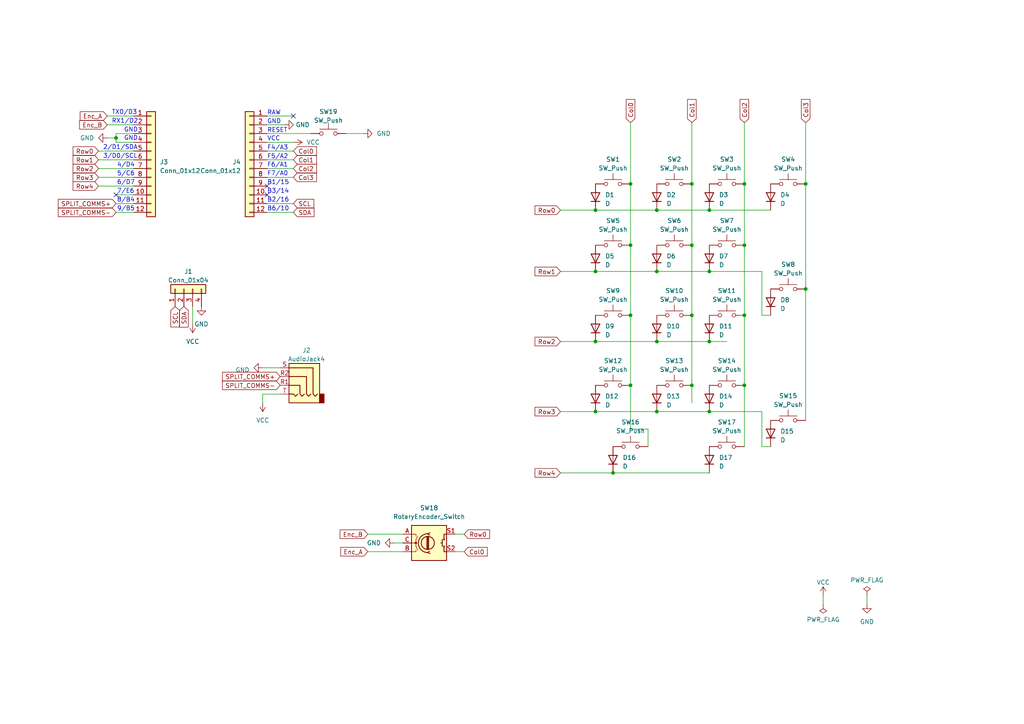
<source format=kicad_sch>
(kicad_sch (version 20230121) (generator eeschema)
  (paper "A4")
  (lib_symbols
    (symbol "Connector_Audio:AudioJack4"
      (property "Reference" "J" (at 0 8.89 0))
      (property "Value" "AudioJack4" (at 0 6.35 0))
      (symbol "AudioJack4_0_1"
        (rectangle (start -6.35 -5.08) (end -7.62 -7.62) (stroke (width 0.254)) (fill (type outline)))
        (polyline (pts (xy 0 -5.08) (xy 0.635 -5.715) (xy 1.27 -5.08) (xy 2.54 -5.08)) (stroke (width 0.254)))
        (polyline (pts (xy -5.715 -5.08) (xy -5.08 -5.715) (xy -4.445 -5.08) (xy -4.445 2.54) (xy 2.54 2.54)) (stroke (width 0.254)))
        (polyline (pts (xy -1.905 -5.08) (xy -1.27 -5.715) (xy -0.635 -5.08) (xy -0.635 -2.54) (xy 2.54 -2.54)) (stroke (width 0.254)))
        (polyline (pts (xy 2.54 0) (xy -2.54 0) (xy -2.54 -5.08) (xy -3.175 -5.715) (xy -3.81 -5.08)) (stroke (width 0.254)))
        (rectangle (start 2.54 3.81) (end -6.35 -7.62) (stroke (width 0.254)) (fill (type background)))
      )
      (symbol "AudioJack4_1_1"
        (pin passive line (at 5.08 -2.54 180) (length 2.54) (name "~") (number "R1"))
        (pin passive line (at 5.08 0 180) (length 2.54) (name "~") (number "R2"))
        (pin passive line (at 5.08 2.54 180) (length 2.54) (name "~") (number "S"))
        (pin passive line (at 5.08 -5.08 180) (length 2.54) (name "~") (number "T"))
      )
    )
    (symbol "Connector_Generic:Conn_01x04" (pin_names (offset 1.016) hide)
      (property "Reference" "J" (at 0 5.08 0))
      (property "Value" "Conn_01x04" (at 0 -7.62 0))
      (symbol "Conn_01x04_1_1"
        (rectangle (start -1.27 -4.953) (end 0 -5.207) (stroke (width 0.1524)))
        (rectangle (start -1.27 -2.413) (end 0 -2.667) (stroke (width 0.1524)))
        (rectangle (start -1.27 0.127) (end 0 -0.127) (stroke (width 0.1524)))
        (rectangle (start -1.27 2.667) (end 0 2.413) (stroke (width 0.1524)))
        (rectangle (start -1.27 3.81) (end 1.27 -6.35) (stroke (width 0.254)) (fill (type background)))
        (pin passive line (at -5.08 2.54 0) (length 3.81) (name "Pin_1") (number "1"))
        (pin passive line (at -5.08 0 0) (length 3.81) (name "Pin_2") (number "2"))
        (pin passive line (at -5.08 -2.54 0) (length 3.81) (name "Pin_3") (number "3"))
        (pin passive line (at -5.08 -5.08 0) (length 3.81) (name "Pin_4") (number "4"))
      )
    )
    (symbol "Connector_Generic:Conn_01x12" (pin_names (offset 1.016) hide)
      (property "Reference" "J" (at 0 15.24 0))
      (property "Value" "Conn_01x12" (at 0 -17.78 0))
      (symbol "Conn_01x12_1_1"
        (rectangle (start -1.27 -15.113) (end 0 -15.367) (stroke (width 0.1524)))
        (rectangle (start -1.27 -12.573) (end 0 -12.827) (stroke (width 0.1524)))
        (rectangle (start -1.27 -10.033) (end 0 -10.287) (stroke (width 0.1524)))
        (rectangle (start -1.27 -7.493) (end 0 -7.747) (stroke (width 0.1524)))
        (rectangle (start -1.27 -4.953) (end 0 -5.207) (stroke (width 0.1524)))
        (rectangle (start -1.27 -2.413) (end 0 -2.667) (stroke (width 0.1524)))
        (rectangle (start -1.27 0.127) (end 0 -0.127) (stroke (width 0.1524)))
        (rectangle (start -1.27 2.667) (end 0 2.413) (stroke (width 0.1524)))
        (rectangle (start -1.27 5.207) (end 0 4.953) (stroke (width 0.1524)))
        (rectangle (start -1.27 7.747) (end 0 7.493) (stroke (width 0.1524)))
        (rectangle (start -1.27 10.287) (end 0 10.033) (stroke (width 0.1524)))
        (rectangle (start -1.27 12.827) (end 0 12.573) (stroke (width 0.1524)))
        (rectangle (start -1.27 13.97) (end 1.27 -16.51) (stroke (width 0.254)) (fill (type background)))
        (pin passive line (at -5.08 12.7 0) (length 3.81) (name "Pin_1") (number "1"))
        (pin passive line (at -5.08 -10.16 0) (length 3.81) (name "Pin_10") (number "10"))
        (pin passive line (at -5.08 -12.7 0) (length 3.81) (name "Pin_11") (number "11"))
        (pin passive line (at -5.08 -15.24 0) (length 3.81) (name "Pin_12") (number "12"))
        (pin passive line (at -5.08 10.16 0) (length 3.81) (name "Pin_2") (number "2"))
        (pin passive line (at -5.08 7.62 0) (length 3.81) (name "Pin_3") (number "3"))
        (pin passive line (at -5.08 5.08 0) (length 3.81) (name "Pin_4") (number "4"))
        (pin passive line (at -5.08 2.54 0) (length 3.81) (name "Pin_5") (number "5"))
        (pin passive line (at -5.08 0 0) (length 3.81) (name "Pin_6") (number "6"))
        (pin passive line (at -5.08 -2.54 0) (length 3.81) (name "Pin_7") (number "7"))
        (pin passive line (at -5.08 -5.08 0) (length 3.81) (name "Pin_8") (number "8"))
        (pin passive line (at -5.08 -7.62 0) (length 3.81) (name "Pin_9") (number "9"))
      )
    )
    (symbol "Device:D" (pin_numbers hide) (pin_names (offset 1.016) hide)
      (property "Reference" "D" (at 0 2.54 0))
      (property "Value" "D" (at 0 -2.54 0))
      (symbol "D_0_1"
        (polyline (pts (xy -1.27 1.27) (xy -1.27 -1.27)) (stroke (width 0.254)))
        (polyline (pts (xy 1.27 0) (xy -1.27 0)))
        (polyline (pts (xy 1.27 1.27) (xy 1.27 -1.27) (xy -1.27 0) (xy 1.27 1.27)) (stroke (width 0.254)))
      )
      (symbol "D_1_1"
        (pin passive line (at -3.81 0 0) (length 2.54) (name "K") (number "1"))
        (pin passive line (at 3.81 0 180) (length 2.54) (name "A") (number "2"))
      )
    )
    (symbol "Device:RotaryEncoder_Switch" (pin_names (offset 0.254) hide)
      (property "Reference" "SW" (at 0 6.604 0))
      (property "Value" "RotaryEncoder_Switch" (at 0 -6.604 0))
      (symbol "RotaryEncoder_Switch_0_1"
        (rectangle (start -5.08 5.08) (end 5.08 -5.08) (stroke (width 0.254)) (fill (type background)))
        (circle (center -3.81 0) (radius 0.254) (fill (type outline)))
        (circle (center -0.381 0) (radius 1.905) (stroke (width 0.254)))
        (arc (start -0.381 2.667) (mid -3.0988 -0.0635) (end -0.381 -2.794) (stroke (width 0.254)))
        (polyline (pts (xy -0.635 -1.778) (xy -0.635 1.778)) (stroke (width 0.254)))
        (polyline (pts (xy -0.381 -1.778) (xy -0.381 1.778)) (stroke (width 0.254)))
        (polyline (pts (xy -0.127 1.778) (xy -0.127 -1.778)) (stroke (width 0.254)))
        (polyline (pts (xy 3.81 0) (xy 3.429 0)) (stroke (width 0.254)))
        (polyline (pts (xy 3.81 1.016) (xy 3.81 -1.016)) (stroke (width 0.254)))
        (polyline (pts (xy -5.08 -2.54) (xy -3.81 -2.54) (xy -3.81 -2.032)))
        (polyline (pts (xy -5.08 2.54) (xy -3.81 2.54) (xy -3.81 2.032)))
        (polyline (pts (xy 0.254 -3.048) (xy -0.508 -2.794) (xy 0.127 -2.413)) (stroke (width 0.254)))
        (polyline (pts (xy 0.254 2.921) (xy -0.508 2.667) (xy 0.127 2.286)) (stroke (width 0.254)))
        (polyline (pts (xy 5.08 -2.54) (xy 4.318 -2.54) (xy 4.318 -1.016)) (stroke (width 0.254)))
        (polyline (pts (xy 5.08 2.54) (xy 4.318 2.54) (xy 4.318 1.016)) (stroke (width 0.254)))
        (polyline (pts (xy -5.08 0) (xy -3.81 0) (xy -3.81 -1.016) (xy -3.302 -2.032)))
        (polyline (pts (xy -4.318 0) (xy -3.81 0) (xy -3.81 1.016) (xy -3.302 2.032)))
        (circle (center 4.318 -1.016) (radius 0.127) (stroke (width 0.254)))
        (circle (center 4.318 1.016) (radius 0.127) (stroke (width 0.254)))
      )
      (symbol "RotaryEncoder_Switch_1_1"
        (pin passive line (at -7.62 2.54 0) (length 2.54) (name "A") (number "A"))
        (pin passive line (at -7.62 -2.54 0) (length 2.54) (name "B") (number "B"))
        (pin passive line (at -7.62 0 0) (length 2.54) (name "C") (number "C"))
        (pin passive line (at 7.62 2.54 180) (length 2.54) (name "S1") (number "S1"))
        (pin passive line (at 7.62 -2.54 180) (length 2.54) (name "S2") (number "S2"))
      )
    )
    (symbol "Switch:SW_Push" (pin_numbers hide) (pin_names (offset 1.016) hide)
      (property "Reference" "SW" (at 1.27 2.54 0))
      (property "Value" "SW_Push" (at 0 -1.524 0))
      (symbol "SW_Push_0_1"
        (circle (center -2.032 0) (radius 0.508))
        (polyline (pts (xy 0 1.27) (xy 0 3.048)))
        (polyline (pts (xy 2.54 1.27) (xy -2.54 1.27)))
        (circle (center 2.032 0) (radius 0.508))
        (pin passive line (at -5.08 0 0) (length 2.54) (name "1") (number "1"))
        (pin passive line (at 5.08 0 180) (length 2.54) (name "2") (number "2"))
      )
    )
    (symbol "power:GND" (power) (pin_names (offset 0))
      (property "Value" "GND" (at 0 -3.81 0))
      (symbol "GND_0_1"
        (polyline (pts (xy 0 0) (xy 0 -1.27) (xy 1.27 -1.27) (xy 0 -2.54) (xy -1.27 -1.27) (xy 0 -1.27)))
      )
      (symbol "GND_1_1"
        (pin power_in line (at 0 0 270) (length 0) hide (name "GND") (number "1"))
      )
    )
    (symbol "power:PWR_FLAG" (power) (pin_numbers hide) (pin_names (offset 0) hide)
      (property "Value" "PWR_FLAG" (at 0 3.81 0))
      (symbol "PWR_FLAG_0_0"
        (pin power_out line (at 0 0 90) (length 0) (name "pwr") (number "1"))
      )
      (symbol "PWR_FLAG_0_1"
        (polyline (pts (xy 0 0) (xy 0 1.27) (xy -1.016 1.905) (xy 0 2.54) (xy 1.016 1.905) (xy 0 1.27)))
      )
    )
    (symbol "power:VCC" (power) (pin_names (offset 0))
      (property "Value" "VCC" (at 0 3.81 0))
      (symbol "VCC_0_1"
        (polyline (pts (xy -0.762 1.27) (xy 0 2.54)))
        (polyline (pts (xy 0 0) (xy 0 2.54)))
        (polyline (pts (xy 0 2.54) (xy 0.762 1.27)))
      )
      (symbol "VCC_1_1"
        (pin power_in line (at 0 0 90) (length 0) hide (name "VCC") (number "1"))
      )
    )
  )
  (junction (at 172.72 60.96))
  (junction (at 190.5 60.96))
  (junction (at 205.74 99.06))
  (junction (at 172.72 99.06))
  (junction (at 190.5 99.06))
  (junction (at 233.68 83.82))
  (junction (at 205.74 119.38))
  (junction (at 33.655 40.005))
  (junction (at 172.72 78.74))
  (junction (at 200.66 91.44))
  (junction (at 215.9 111.76))
  (junction (at 200.66 71.12))
  (junction (at 172.72 119.38))
  (junction (at 182.88 53.34))
  (junction (at 233.68 53.34))
  (junction (at 205.74 60.96))
  (junction (at 215.9 53.34))
  (junction (at 182.88 111.76))
  (junction (at 177.8 137.16))
  (junction (at 190.5 78.74))
  (junction (at 205.74 78.74))
  (junction (at 200.66 111.76))
  (junction (at 215.9 91.44))
  (junction (at 182.88 91.44))
  (junction (at 190.5 119.38))
  (junction (at 200.66 53.34))
  (junction (at 182.88 71.12))
  (junction (at 215.9 71.12))
  (no_connect (at 77.47 53.975))
  (no_connect (at 77.47 56.515))
  (no_connect (at 33.655 56.515))
  (no_connect (at 85.09 33.655))
  (wire (pts (xy 200.66 111.76) (xy 200.66 116.84)))
  (wire (pts (xy 162.56 78.74) (xy 172.72 78.74)))
  (wire (pts (xy 162.56 119.38) (xy 172.72 119.38)))
  (wire (pts (xy 55.88 93.98) (xy 55.88 88.9)))
  (wire (pts (xy 215.9 71.12) (xy 215.9 91.44)))
  (wire (pts (xy 200.66 53.34) (xy 200.66 71.12)))
  (wire (pts (xy 28.575 48.895) (xy 38.735 48.895)))
  (wire (pts (xy 220.98 129.54) (xy 223.52 129.54)))
  (wire (pts (xy 220.98 119.38) (xy 220.98 129.54)))
  (wire (pts (xy 31.115 40.005) (xy 33.655 40.005)))
  (wire (pts (xy 31.115 33.655) (xy 38.735 33.655)))
  (wire (pts (xy 81.28 114.3) (xy 76.2 114.3)))
  (wire (pts (xy 177.8 137.16) (xy 205.74 137.16)))
  (wire (pts (xy 182.88 124.46) (xy 187.96 124.46)))
  (wire (pts (xy 233.68 53.34) (xy 233.68 83.82)))
  (wire (pts (xy 190.5 60.96) (xy 205.74 60.96)))
  (wire (pts (xy 132.08 160.02) (xy 134.62 160.02)))
  (wire (pts (xy 76.2 114.3) (xy 76.2 116.84)))
  (wire (pts (xy 77.47 33.655) (xy 85.09 33.655)))
  (wire (pts (xy 190.5 78.74) (xy 205.74 78.74)))
  (wire (pts (xy 215.9 91.44) (xy 215.9 111.76)))
  (wire (pts (xy 215.9 35.56) (xy 215.9 53.34)))
  (wire (pts (xy 187.96 124.46) (xy 187.96 129.54)))
  (wire (pts (xy 85.09 46.355) (xy 77.47 46.355)))
  (wire (pts (xy 28.575 51.435) (xy 38.735 51.435)))
  (wire (pts (xy 215.9 53.34) (xy 215.9 71.12)))
  (wire (pts (xy 28.575 46.355) (xy 38.735 46.355)))
  (wire (pts (xy 33.655 40.005) (xy 33.655 38.735)))
  (wire (pts (xy 105.41 38.735) (xy 100.33 38.735)))
  (wire (pts (xy 205.74 119.38) (xy 220.98 119.38)))
  (wire (pts (xy 172.72 119.38) (xy 190.5 119.38)))
  (wire (pts (xy 172.72 78.74) (xy 190.5 78.74)))
  (wire (pts (xy 190.5 119.38) (xy 205.74 119.38)))
  (wire (pts (xy 182.88 53.34) (xy 182.88 71.12)))
  (wire (pts (xy 162.56 99.06) (xy 172.72 99.06)))
  (wire (pts (xy 205.74 60.96) (xy 223.52 60.96)))
  (wire (pts (xy 77.47 38.735) (xy 90.17 38.735)))
  (wire (pts (xy 200.66 71.12) (xy 200.66 91.44)))
  (wire (pts (xy 215.9 111.76) (xy 215.9 129.54)))
  (wire (pts (xy 85.09 51.435) (xy 77.47 51.435)))
  (wire (pts (xy 172.72 60.96) (xy 190.5 60.96)))
  (wire (pts (xy 33.655 41.275) (xy 38.735 41.275)))
  (wire (pts (xy 182.88 111.76) (xy 182.88 124.46)))
  (wire (pts (xy 162.56 60.96) (xy 172.72 60.96)))
  (wire (pts (xy 85.09 41.275) (xy 77.47 41.275)))
  (wire (pts (xy 182.88 71.12) (xy 182.88 91.44)))
  (wire (pts (xy 233.68 35.56) (xy 233.68 53.34)))
  (wire (pts (xy 38.735 36.195) (xy 31.115 36.195)))
  (wire (pts (xy 182.88 35.56) (xy 182.88 53.34)))
  (wire (pts (xy 106.68 154.94) (xy 116.84 154.94)))
  (wire (pts (xy 251.46 175.26) (xy 251.46 172.72)))
  (wire (pts (xy 82.55 36.195) (xy 77.47 36.195)))
  (wire (pts (xy 33.655 56.515) (xy 38.735 56.515)))
  (wire (pts (xy 28.575 43.815) (xy 38.735 43.815)))
  (wire (pts (xy 76.2 106.68) (xy 81.28 106.68)))
  (wire (pts (xy 85.09 48.895) (xy 77.47 48.895)))
  (wire (pts (xy 233.68 83.82) (xy 233.68 121.92)))
  (wire (pts (xy 114.3 157.48) (xy 116.84 157.48)))
  (wire (pts (xy 205.74 99.06) (xy 210.82 99.06)))
  (wire (pts (xy 33.655 38.735) (xy 38.735 38.735)))
  (wire (pts (xy 220.98 78.74) (xy 220.98 91.44)))
  (wire (pts (xy 85.09 59.055) (xy 77.47 59.055)))
  (wire (pts (xy 162.56 137.16) (xy 177.8 137.16)))
  (wire (pts (xy 85.09 43.815) (xy 77.47 43.815)))
  (wire (pts (xy 238.76 172.72) (xy 238.76 175.26)))
  (wire (pts (xy 33.655 40.005) (xy 33.655 41.275)))
  (wire (pts (xy 28.575 53.975) (xy 38.735 53.975)))
  (wire (pts (xy 132.08 154.94) (xy 134.62 154.94)))
  (wire (pts (xy 85.09 61.595) (xy 77.47 61.595)))
  (wire (pts (xy 182.88 91.44) (xy 182.88 111.76)))
  (wire (pts (xy 172.72 99.06) (xy 190.5 99.06)))
  (wire (pts (xy 205.74 78.74) (xy 220.98 78.74)))
  (wire (pts (xy 33.655 61.595) (xy 38.735 61.595)))
  (wire (pts (xy 220.98 91.44) (xy 223.52 91.44)))
  (wire (pts (xy 33.655 59.055) (xy 38.735 59.055)))
  (wire (pts (xy 190.5 99.06) (xy 205.74 99.06)))
  (wire (pts (xy 106.68 160.02) (xy 116.84 160.02)))
  (wire (pts (xy 200.66 91.44) (xy 200.66 111.76)))
  (wire (pts (xy 200.66 35.56) (xy 200.66 53.34)))
  (text "8/B4" (at 33.909 58.801 0) (effects (font (size 1.27 1.27)) (justify left bottom)))
  (text "3/D0/SCL" (at 29.845 46.101 0) (effects (font (size 1.27 1.27)) (justify left bottom)))
  (text "F7/A0" (at 77.47 51.181 0) (effects (font (size 1.27 1.27)) (justify left bottom)))
  (text "F6/A1" (at 77.47 48.641 0) (effects (font (size 1.27 1.27)) (justify left bottom)))
  (text "5/C6" (at 33.909 51.181 0) (effects (font (size 1.27 1.27)) (justify left bottom)))
  (text "B1/15" (at 77.47 53.721 0) (effects (font (size 1.27 1.27)) (justify left bottom)))
  (text "VCC" (at 77.47 41.021 0) (effects (font (size 1.27 1.27)) (justify left bottom)))
  (text "9/B5" (at 33.909 61.341 0) (effects (font (size 1.27 1.27)) (justify left bottom)))
  (text "GND" (at 77.47 36.068 0) (effects (font (size 1.27 1.27)) (justify left bottom)))
  (text "RAW" (at 77.47 33.528 0) (effects (font (size 1.27 1.27)) (justify left bottom)))
  (text "B3/14" (at 77.47 56.261 0) (effects (font (size 1.27 1.27)) (justify left bottom)))
  (text "B6/10" (at 77.47 61.341 0) (effects (font (size 1.27 1.27)) (justify left bottom)))
  (text "RESET" (at 77.47 38.608 0) (effects (font (size 1.27 1.27)) (justify left bottom)))
  (text "F4/A3" (at 77.47 43.688 0) (effects (font (size 1.27 1.27)) (justify left bottom)))
  (text "RX1/D2\n" (at 32.385 35.941 0) (effects (font (size 1.27 1.27)) (justify left bottom)))
  (text "2/D1/SDA" (at 29.845 43.561 0) (effects (font (size 1.27 1.27)) (justify left bottom)))
  (text "B2/16" (at 77.47 58.801 0) (effects (font (size 1.27 1.27)) (justify left bottom)))
  (text "6/D7" (at 33.909 53.721 0) (effects (font (size 1.27 1.27)) (justify left bottom)))
  (text "GND" (at 35.941 40.894 0) (effects (font (size 1.27 1.27)) (justify left bottom)))
  (text "F5/A2" (at 77.47 46.228 0) (effects (font (size 1.27 1.27)) (justify left bottom)))
  (text "7/E6" (at 33.909 56.261 0) (effects (font (size 1.27 1.27)) (justify left bottom)))
  (text "GND" (at 35.941 38.481 0) (effects (font (size 1.27 1.27)) (justify left bottom)))
  (text "4/D4" (at 33.909 48.641 0) (effects (font (size 1.27 1.27)) (justify left bottom)))
  (text "TX0/D3" (at 32.385 33.401 0) (effects (font (size 1.27 1.27)) (justify left bottom)))
  (global_label "SCL" (shape input) (at 85.09 59.055 0) (property "Intersheetrefs" "${INTERSHEET_REFS}" (effects hide)))
  (global_label "Row4" (shape input) (at 28.575 53.975 180) (property "Intersheetrefs" "${INTERSHEET_REFS}" (effects hide)))
  (global_label "Row4" (shape input) (at 162.56 137.16 180) (property "Intersheetrefs" "${INTERSHEET_REFS}" (effects hide)))
  (global_label "Col3" (shape input) (at 233.68 35.56 90) (property "Intersheetrefs" "${INTERSHEET_REFS}" (effects hide)))
  (global_label "Row0" (shape input) (at 162.56 60.96 180) (property "Intersheetrefs" "${INTERSHEET_REFS}" (effects hide)))
  (global_label "Col1" (shape input) (at 85.09 46.355 0) (property "Intersheetrefs" "${INTERSHEET_REFS}" (effects hide)))
  (global_label "Row1" (shape input) (at 162.56 78.74 180) (property "Intersheetrefs" "${INTERSHEET_REFS}" (effects hide)))
  (global_label "Enc_A" (shape input) (at 31.115 33.655 180) (property "Intersheetrefs" "${INTERSHEET_REFS}" (effects hide)))
  (global_label "Col2" (shape input) (at 85.09 48.895 0) (property "Intersheetrefs" "${INTERSHEET_REFS}" (effects hide)))
  (global_label "Col0" (shape input) (at 182.88 35.56 90) (property "Intersheetrefs" "${INTERSHEET_REFS}" (effects hide)))
  (global_label "Enc_B" (shape input) (at 106.68 154.94 180) (property "Intersheetrefs" "${INTERSHEET_REFS}" (effects hide)))
  (global_label "SPLIT_COMMS+" (shape input) (at 81.28 109.22 180) (property "Intersheetrefs" "${INTERSHEET_REFS}" (effects hide)))
  (global_label "Enc_B" (shape input) (at 31.115 36.195 180) (property "Intersheetrefs" "${INTERSHEET_REFS}" (effects hide)))
  (global_label "SDA" (shape input) (at 85.09 61.595 0) (property "Intersheetrefs" "${INTERSHEET_REFS}" (effects hide)))
  (global_label "Col2" (shape input) (at 215.9 35.56 90) (property "Intersheetrefs" "${INTERSHEET_REFS}" (effects hide)))
  (global_label "Row2" (shape input) (at 28.575 48.895 180) (property "Intersheetrefs" "${INTERSHEET_REFS}" (effects hide)))
  (global_label "Row3" (shape input) (at 28.575 51.435 180) (property "Intersheetrefs" "${INTERSHEET_REFS}" (effects hide)))
  (global_label "SPLIT_COMMS+" (shape input) (at 33.655 59.055 180) (property "Intersheetrefs" "${INTERSHEET_REFS}" (effects hide)))
  (global_label "Row2" (shape input) (at 162.56 99.06 180) (property "Intersheetrefs" "${INTERSHEET_REFS}" (effects hide)))
  (global_label "Row0" (shape input) (at 28.575 43.815 180) (property "Intersheetrefs" "${INTERSHEET_REFS}" (effects hide)))
  (global_label "Enc_A" (shape input) (at 106.68 160.02 180) (property "Intersheetrefs" "${INTERSHEET_REFS}" (effects hide)))
  (global_label "SPLIT_COMMS-" (shape input) (at 81.28 111.76 180) (property "Intersheetrefs" "${INTERSHEET_REFS}" (effects hide)))
  (global_label "SCL" (shape input) (at 50.8 88.9 270) (property "Intersheetrefs" "${INTERSHEET_REFS}" (effects hide)))
  (global_label "Row3" (shape input) (at 162.56 119.38 180) (property "Intersheetrefs" "${INTERSHEET_REFS}" (effects hide)))
  (global_label "Row0" (shape input) (at 134.62 154.94 0) (property "Intersheetrefs" "${INTERSHEET_REFS}" (effects hide)))
  (global_label "Col0" (shape input) (at 134.62 160.02 0) (property "Intersheetrefs" "${INTERSHEET_REFS}" (effects hide)))
  (global_label "SDA" (shape input) (at 53.34 88.9 270) (property "Intersheetrefs" "${INTERSHEET_REFS}" (effects hide)))
  (global_label "Row1" (shape input) (at 28.575 46.355 180) (property "Intersheetrefs" "${INTERSHEET_REFS}" (effects hide)))
  (global_label "Col1" (shape input) (at 200.66 35.56 90) (property "Intersheetrefs" "${INTERSHEET_REFS}" (effects hide)))
  (global_label "Col0" (shape input) (at 85.09 43.815 0) (property "Intersheetrefs" "${INTERSHEET_REFS}" (effects hide)))
  (global_label "SPLIT_COMMS-" (shape input) (at 33.655 61.595 180) (property "Intersheetrefs" "${INTERSHEET_REFS}" (effects hide)))
  (global_label "Col3" (shape input) (at 85.09 51.435 0) (property "Intersheetrefs" "${INTERSHEET_REFS}" (effects hide)))
  (symbol (lib_id "power:VCC") (at 76.2 116.84 180) (unit 1)
    (property "Reference" "#PWR07" (effects hide))
    (property "Value" "VCC" (at 76.2 121.92 0))
  )
  (symbol (lib_id "Switch:SW_Push") (at 210.82 53.34 0) (unit 1)
    (property "Reference" "SW3" (at 210.82 46.228 0))
    (property "Value" "SW_Push" (at 210.82 48.768 0))
    (property "Footprint" "MX_Hotswap:MX-Hotswap-1U" (effects hide))
  )
  (symbol (lib_id "Device:D") (at 190.5 74.93 90) (unit 1)
    (property "Reference" "D6" (at 193.294 74.295 90) (effects (justify right)))
    (property "Value" "D" (at 193.294 76.835 90) (effects (justify right)))
    (property "Footprint" "Diode_THT:D_DO-35_SOD27_P7.62mm_Horizontal" (effects hide))
    (property "Sim.Device" "D" (effects hide))
    (property "Sim.Pins" "1=K 2=A" (effects hide))
  )
  (symbol (lib_id "Switch:SW_Push") (at 182.88 129.54 0) (unit 1)
    (property "Reference" "SW16" (at 182.88 122.428 0))
    (property "Value" "SW_Push" (at 182.88 124.968 0))
    (property "Footprint" "MX_Hotswap:MX-Hotswap-2U-ReversedStabilizers" (effects hide))
  )
  (symbol (lib_id "Connector_Generic:Conn_01x12") (at 72.39 46.355 0) (mirror y) (unit 1)
    (property "Reference" "J4" (at 69.85 46.99 0) (effects (justify left)))
    (property "Value" "Conn_01x12" (at 69.85 49.53 0) (effects (justify left)))
    (property "Footprint" "Connector_PinSocket_2.54mm:PinSocket_1x12_P2.54mm_Vertical" (effects hide))
  )
  (symbol (lib_id "power:GND") (at 31.115 40.005 270) (unit 1)
    (property "Reference" "#PWR012" (effects hide))
    (property "Value" "GND" (at 27.305 40.0049 90) (effects (justify right)))
  )
  (symbol (lib_id "Switch:SW_Push") (at 210.82 129.54 0) (unit 1)
    (property "Reference" "SW17" (at 210.82 122.428 0))
    (property "Value" "SW_Push" (at 210.82 124.968 0))
    (property "Footprint" "MX_Hotswap:MX-Hotswap-1U" (effects hide))
  )
  (symbol (lib_id "Device:RotaryEncoder_Switch") (at 124.46 157.48 0) (unit 1)
    (property "Reference" "SW18" (at 124.46 147.32 0))
    (property "Value" "RotaryEncoder_Switch" (at 124.46 149.86 0))
    (property "Footprint" "Rotary_Encoder:RotaryEncoder_Alps_EC11E-Switch_Vertical_H20mm" (effects hide))
  )
  (symbol (lib_id "Switch:SW_Push") (at 195.58 111.76 0) (unit 1)
    (property "Reference" "SW13" (at 195.58 104.648 0))
    (property "Value" "SW_Push" (at 195.58 107.188 0))
    (property "Footprint" "MX_Hotswap:MX-Hotswap-1U" (effects hide))
  )
  (symbol (lib_id "power:VCC") (at 55.88 93.98 180) (unit 1)
    (property "Reference" "#PWR05" (effects hide))
    (property "Value" "VCC" (at 55.88 99.06 0))
  )
  (symbol (lib_id "Device:D") (at 172.72 57.15 90) (unit 1)
    (property "Reference" "D1" (at 175.514 56.515 90) (effects (justify right)))
    (property "Value" "D" (at 175.514 59.055 90) (effects (justify right)))
    (property "Footprint" "Diode_THT:D_DO-35_SOD27_P7.62mm_Horizontal" (effects hide))
    (property "Sim.Device" "D" (effects hide))
    (property "Sim.Pins" "1=K 2=A" (effects hide))
  )
  (symbol (lib_id "Device:D") (at 205.74 95.25 90) (unit 1)
    (property "Reference" "D11" (at 208.534 94.615 90) (effects (justify right)))
    (property "Value" "D" (at 208.534 97.155 90) (effects (justify right)))
    (property "Footprint" "Diode_THT:D_DO-35_SOD27_P7.62mm_Horizontal" (effects hide))
    (property "Sim.Device" "D" (effects hide))
    (property "Sim.Pins" "1=K 2=A" (effects hide))
  )
  (symbol (lib_id "Switch:SW_Push") (at 210.82 111.76 0) (unit 1)
    (property "Reference" "SW14" (at 210.82 104.648 0))
    (property "Value" "SW_Push" (at 210.82 107.188 0))
    (property "Footprint" "MX_Hotswap:MX-Hotswap-1U" (effects hide))
  )
  (symbol (lib_id "Device:D") (at 205.74 74.93 90) (unit 1)
    (property "Reference" "D7" (at 208.534 74.295 90) (effects (justify right)))
    (property "Value" "D" (at 208.534 76.835 90) (effects (justify right)))
    (property "Footprint" "Diode_THT:D_DO-35_SOD27_P7.62mm_Horizontal" (effects hide))
    (property "Sim.Device" "D" (effects hide))
    (property "Sim.Pins" "1=K 2=A" (effects hide))
  )
  (symbol (lib_id "Device:D") (at 172.72 74.93 90) (unit 1)
    (property "Reference" "D5" (at 175.514 74.295 90) (effects (justify right)))
    (property "Value" "D" (at 175.514 76.835 90) (effects (justify right)))
    (property "Footprint" "Diode_THT:D_DO-35_SOD27_P7.62mm_Horizontal" (effects hide))
    (property "Sim.Device" "D" (effects hide))
    (property "Sim.Pins" "1=K 2=A" (effects hide))
  )
  (symbol (lib_id "Connector_Audio:AudioJack4") (at 86.36 109.22 0) (mirror y) (unit 1)
    (property "Reference" "J2" (at 88.9 101.6 0))
    (property "Value" "AudioJack4" (at 88.9 104.14 0))
    (property "Footprint" "Connector_Audio:Jack_3.5mm_KoreanHropartsElec_PJ-320D-4A_Horizontal" (effects hide))
  )
  (symbol (lib_id "Switch:SW_Push") (at 177.8 91.44 0) (unit 1)
    (property "Reference" "SW9" (at 177.8 84.328 0))
    (property "Value" "SW_Push" (at 177.8 86.868 0))
    (property "Footprint" "MX_Hotswap:MX-Hotswap-1U" (effects hide))
  )
  (symbol (lib_id "Device:D") (at 223.52 87.63 90) (unit 1)
    (property "Reference" "D8" (at 226.314 86.995 90) (effects (justify right)))
    (property "Value" "D" (at 226.314 89.535 90) (effects (justify right)))
    (property "Footprint" "Diode_THT:D_DO-35_SOD27_P7.62mm_Horizontal" (effects hide))
    (property "Sim.Device" "D" (effects hide))
    (property "Sim.Pins" "1=K 2=A" (effects hide))
  )
  (symbol (lib_id "Switch:SW_Push") (at 195.58 91.44 0) (unit 1)
    (property "Reference" "SW10" (at 195.58 84.328 0))
    (property "Value" "SW_Push" (at 195.58 86.868 0))
    (property "Footprint" "MX_Hotswap:MX-Hotswap-1U" (effects hide))
  )
  (symbol (lib_id "Device:D") (at 177.8 133.35 90) (unit 1)
    (property "Reference" "D16" (at 180.594 132.715 90) (effects (justify right)))
    (property "Value" "D" (at 180.594 135.255 90) (effects (justify right)))
    (property "Footprint" "Diode_THT:D_DO-35_SOD27_P7.62mm_Horizontal" (effects hide))
    (property "Sim.Device" "D" (effects hide))
    (property "Sim.Pins" "1=K 2=A" (effects hide))
  )
  (symbol (lib_id "Switch:SW_Push") (at 177.8 53.34 0) (unit 1)
    (property "Reference" "SW1" (at 177.8 46.228 0))
    (property "Value" "SW_Push" (at 177.8 48.768 0))
    (property "Footprint" "MX_Hotswap:MX-Hotswap-1U" (effects hide))
  )
  (symbol (lib_id "Switch:SW_Push") (at 177.8 111.76 0) (unit 1)
    (property "Reference" "SW12" (at 177.8 104.648 0))
    (property "Value" "SW_Push" (at 177.8 107.188 0))
    (property "Footprint" "MX_Hotswap:MX-Hotswap-1U" (effects hide))
  )
  (symbol (lib_id "power:PWR_FLAG") (at 238.76 175.26 180) (unit 1)
    (property "Reference" "#FLG02" (effects hide))
    (property "Value" "PWR_FLAG" (at 238.76 179.705 0))
  )
  (symbol (lib_id "power:GND") (at 76.2 106.68 270) (unit 1)
    (property "Reference" "#PWR06" (effects hide))
    (property "Value" "GND" (at 72.39 107.315 90) (effects (justify right)))
  )
  (symbol (lib_id "Switch:SW_Push") (at 95.25 38.735 0) (mirror y) (unit 1)
    (property "Reference" "SW19" (at 95.25 32.385 0))
    (property "Value" "SW_Push" (at 95.25 34.925 0))
    (property "Footprint" "Button_Switch_SMD:SW_SPST_SKQG_WithStem" (effects hide))
  )
  (symbol (lib_id "Device:D") (at 190.5 95.25 90) (unit 1)
    (property "Reference" "D10" (at 193.294 94.615 90) (effects (justify right)))
    (property "Value" "D" (at 193.294 97.155 90) (effects (justify right)))
    (property "Footprint" "Diode_THT:D_DO-35_SOD27_P7.62mm_Horizontal" (effects hide))
    (property "Sim.Device" "D" (effects hide))
    (property "Sim.Pins" "1=K 2=A" (effects hide))
  )
  (symbol (lib_id "Device:D") (at 172.72 115.57 90) (unit 1)
    (property "Reference" "D12" (at 175.514 114.935 90) (effects (justify right)))
    (property "Value" "D" (at 175.514 117.475 90) (effects (justify right)))
    (property "Footprint" "Diode_THT:D_DO-35_SOD27_P7.62mm_Horizontal" (effects hide))
    (property "Sim.Device" "D" (effects hide))
    (property "Sim.Pins" "1=K 2=A" (effects hide))
  )
  (symbol (lib_id "Connector_Generic:Conn_01x04") (at 53.34 83.82 90) (unit 1)
    (property "Reference" "J1" (at 54.61 78.74 90))
    (property "Value" "Conn_01x04" (at 54.61 81.28 90))
    (property "Footprint" "Connector_PinSocket_2.54mm:PinSocket_1x04_P2.54mm_Vertical" (effects hide))
  )
  (symbol (lib_id "Switch:SW_Push") (at 210.82 71.12 0) (unit 1)
    (property "Reference" "SW7" (at 210.82 64.008 0))
    (property "Value" "SW_Push" (at 210.82 66.548 0))
    (property "Footprint" "MX_Hotswap:MX-Hotswap-1U" (effects hide))
  )
  (symbol (lib_id "Switch:SW_Push") (at 228.6 53.34 0) (unit 1)
    (property "Reference" "SW4" (at 228.6 46.228 0))
    (property "Value" "SW_Push" (at 228.6 48.768 0))
    (property "Footprint" "MX_Hotswap:MX-Hotswap-1U" (effects hide))
  )
  (symbol (lib_id "Device:D") (at 205.74 115.57 90) (unit 1)
    (property "Reference" "D14" (at 208.534 114.935 90) (effects (justify right)))
    (property "Value" "D" (at 208.534 117.475 90) (effects (justify right)))
    (property "Footprint" "Diode_THT:D_DO-35_SOD27_P7.62mm_Horizontal" (effects hide))
    (property "Sim.Device" "D" (effects hide))
    (property "Sim.Pins" "1=K 2=A" (effects hide))
  )
  (symbol (lib_id "Device:D") (at 205.74 57.15 90) (unit 1)
    (property "Reference" "D3" (at 208.534 56.515 90) (effects (justify right)))
    (property "Value" "D" (at 208.534 59.055 90) (effects (justify right)))
    (property "Footprint" "Diode_THT:D_DO-35_SOD27_P7.62mm_Horizontal" (effects hide))
    (property "Sim.Device" "D" (effects hide))
    (property "Sim.Pins" "1=K 2=A" (effects hide))
  )
  (symbol (lib_id "Device:D") (at 205.74 133.35 90) (unit 1)
    (property "Reference" "D17" (at 208.534 132.715 90) (effects (justify right)))
    (property "Value" "D" (at 208.534 135.255 90) (effects (justify right)))
    (property "Footprint" "Diode_THT:D_DO-35_SOD27_P7.62mm_Horizontal" (effects hide))
    (property "Sim.Device" "D" (effects hide))
    (property "Sim.Pins" "1=K 2=A" (effects hide))
  )
  (symbol (lib_id "Switch:SW_Push") (at 177.8 71.12 0) (unit 1)
    (property "Reference" "SW5" (at 177.8 64.008 0))
    (property "Value" "SW_Push" (at 177.8 66.548 0))
    (property "Footprint" "MX_Hotswap:MX-Hotswap-1U" (effects hide))
  )
  (symbol (lib_id "Switch:SW_Push") (at 195.58 53.34 0) (unit 1)
    (property "Reference" "SW2" (at 195.58 46.228 0))
    (property "Value" "SW_Push" (at 195.58 48.768 0))
    (property "Footprint" "MX_Hotswap:MX-Hotswap-1U" (effects hide))
  )
  (symbol (lib_id "Connector_Generic:Conn_01x12") (at 43.815 46.355 0) (unit 1)
    (property "Reference" "J3" (at 46.355 46.99 0) (effects (justify left)))
    (property "Value" "Conn_01x12" (at 46.355 49.53 0) (effects (justify left)))
    (property "Footprint" "Connector_PinSocket_2.54mm:PinSocket_1x12_P2.54mm_Vertical" (effects hide))
  )
  (symbol (lib_id "power:GND") (at 105.41 38.735 90) (unit 1)
    (property "Reference" "#PWR011" (effects hide))
    (property "Value" "GND" (at 109.22 38.7351 90) (effects (justify right)))
  )
  (symbol (lib_id "power:VCC") (at 85.09 41.275 270) (unit 1)
    (property "Reference" "#PWR03" (effects hide))
    (property "Value" "VCC" (at 88.9 41.2749 90) (effects (justify left)))
  )
  (symbol (lib_id "Device:D") (at 172.72 95.25 90) (unit 1)
    (property "Reference" "D9" (at 175.514 94.615 90) (effects (justify right)))
    (property "Value" "D" (at 175.514 97.155 90) (effects (justify right)))
    (property "Footprint" "Diode_THT:D_DO-35_SOD27_P7.62mm_Horizontal" (effects hide))
    (property "Sim.Device" "D" (effects hide))
    (property "Sim.Pins" "1=K 2=A" (effects hide))
  )
  (symbol (lib_id "power:GND") (at 82.55 36.195 90) (unit 1)
    (property "Reference" "#PWR01" (effects hide))
    (property "Value" "GND" (at 85.725 36.195 90) (effects (justify right)))
  )
  (symbol (lib_id "power:GND") (at 114.3 157.48 270) (unit 1)
    (property "Reference" "#PWR08" (effects hide))
    (property "Value" "GND" (at 110.49 157.4799 90) (effects (justify right)))
  )
  (symbol (lib_id "Device:D") (at 223.52 125.73 90) (unit 1)
    (property "Reference" "D15" (at 226.314 125.095 90) (effects (justify right)))
    (property "Value" "D" (at 226.314 127.635 90) (effects (justify right)))
    (property "Footprint" "Diode_THT:D_DO-35_SOD27_P7.62mm_Horizontal" (effects hide))
    (property "Sim.Device" "D" (effects hide))
    (property "Sim.Pins" "1=K 2=A" (effects hide))
  )
  (symbol (lib_id "Switch:SW_Push") (at 228.6 121.92 0) (unit 1)
    (property "Reference" "SW15" (at 228.6 114.808 0))
    (property "Value" "SW_Push" (at 228.6 117.348 0))
    (property "Footprint" "MX_Hotswap:MX-Hotswap-2U-ReversedStabilizers" (effects hide))
  )
  (symbol (lib_id "power:GND") (at 58.42 88.9 0) (unit 1)
    (property "Reference" "#PWR04" (effects hide))
    (property "Value" "GND" (at 58.42 93.98 0))
  )
  (symbol (lib_id "Device:D") (at 223.52 57.15 90) (unit 1)
    (property "Reference" "D4" (at 226.314 56.515 90) (effects (justify right)))
    (property "Value" "D" (at 226.314 59.055 90) (effects (justify right)))
    (property "Footprint" "Diode_THT:D_DO-35_SOD27_P7.62mm_Horizontal" (effects hide))
    (property "Sim.Device" "D" (effects hide))
    (property "Sim.Pins" "1=K 2=A" (effects hide))
  )
  (symbol (lib_id "power:VCC") (at 238.76 172.72 0) (unit 1)
    (property "Reference" "#PWR09" (effects hide))
    (property "Value" "VCC" (at 238.76 168.91 0))
  )
  (symbol (lib_id "Switch:SW_Push") (at 228.6 83.82 0) (unit 1)
    (property "Reference" "SW8" (at 228.6 76.708 0))
    (property "Value" "SW_Push" (at 228.6 79.248 0))
    (property "Footprint" "MX_Hotswap:MX-Hotswap-2U-ReversedStabilizers" (effects hide))
  )
  (symbol (lib_id "power:GND") (at 251.46 175.26 0) (unit 1)
    (property "Reference" "#PWR010" (effects hide))
    (property "Value" "GND" (at 251.46 180.34 0))
  )
  (symbol (lib_id "Device:D") (at 190.5 115.57 90) (unit 1)
    (property "Reference" "D13" (at 193.294 114.935 90) (effects (justify right)))
    (property "Value" "D" (at 193.294 117.475 90) (effects (justify right)))
    (property "Footprint" "Diode_THT:D_DO-35_SOD27_P7.62mm_Horizontal" (effects hide))
    (property "Sim.Device" "D" (effects hide))
    (property "Sim.Pins" "1=K 2=A" (effects hide))
  )
  (symbol (lib_id "Switch:SW_Push") (at 195.58 71.12 0) (unit 1)
    (property "Reference" "SW6" (at 195.58 64.008 0))
    (property "Value" "SW_Push" (at 195.58 66.548 0))
    (property "Footprint" "MX_Hotswap:MX-Hotswap-1U" (effects hide))
  )
  (symbol (lib_id "Device:D") (at 190.5 57.15 90) (unit 1)
    (property "Reference" "D2" (at 193.294 56.515 90) (effects (justify right)))
    (property "Value" "D" (at 193.294 59.055 90) (effects (justify right)))
    (property "Footprint" "Diode_THT:D_DO-35_SOD27_P7.62mm_Horizontal" (effects hide))
    (property "Sim.Device" "D" (effects hide))
    (property "Sim.Pins" "1=K 2=A" (effects hide))
  )
  (symbol (lib_id "power:PWR_FLAG") (at 251.46 172.72 0) (unit 1)
    (property "Reference" "#FLG01" (effects hide))
    (property "Value" "PWR_FLAG" (at 251.46 168.275 0))
  )
  (symbol (lib_id "Switch:SW_Push") (at 210.82 91.44 0) (unit 1)
    (property "Reference" "SW11" (at 210.82 84.328 0))
    (property "Value" "SW_Push" (at 210.82 86.868 0))
    (property "Footprint" "MX_Hotswap:MX-Hotswap-1U" (effects hide))
  )
)
</source>
